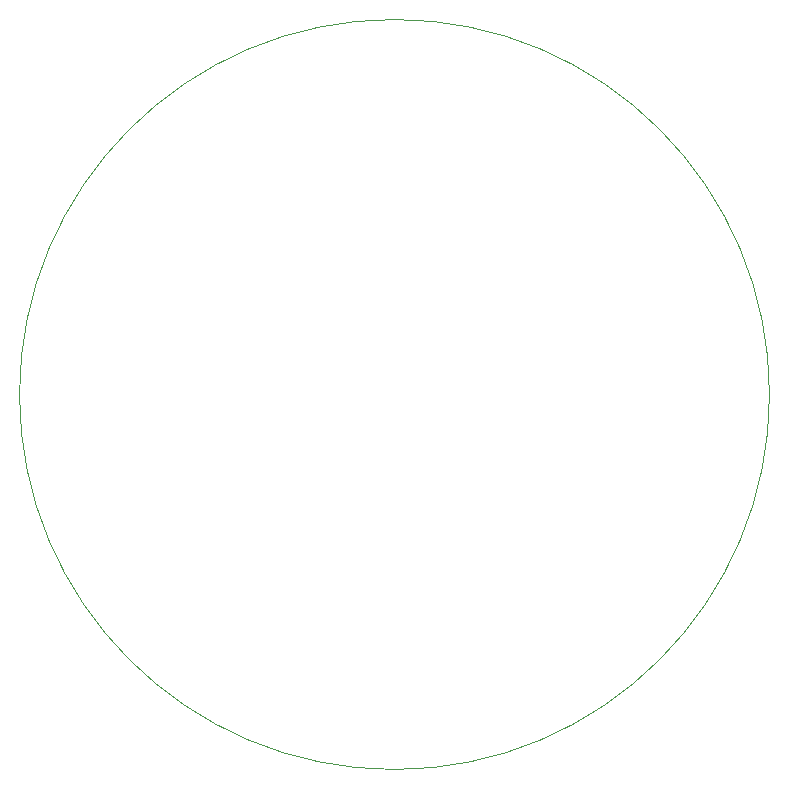
<source format=gbr>
G04 #@! TF.GenerationSoftware,KiCad,Pcbnew,(5.1.5)-3*
G04 #@! TF.CreationDate,2021-11-18T20:40:18-08:00*
G04 #@! TF.ProjectId,nixie_supply_v1,6e697869-655f-4737-9570-706c795f7631,rev?*
G04 #@! TF.SameCoordinates,Original*
G04 #@! TF.FileFunction,Legend,Bot*
G04 #@! TF.FilePolarity,Positive*
%FSLAX46Y46*%
G04 Gerber Fmt 4.6, Leading zero omitted, Abs format (unit mm)*
G04 Created by KiCad (PCBNEW (5.1.5)-3) date 2021-11-18 20:40:18*
%MOMM*%
%LPD*%
G04 APERTURE LIST*
%ADD10C,0.120000*%
G04 APERTURE END LIST*
D10*
X159664400Y-69088000D02*
G75*
G03X159664400Y-69088000I-31750000J0D01*
G01*
M02*

</source>
